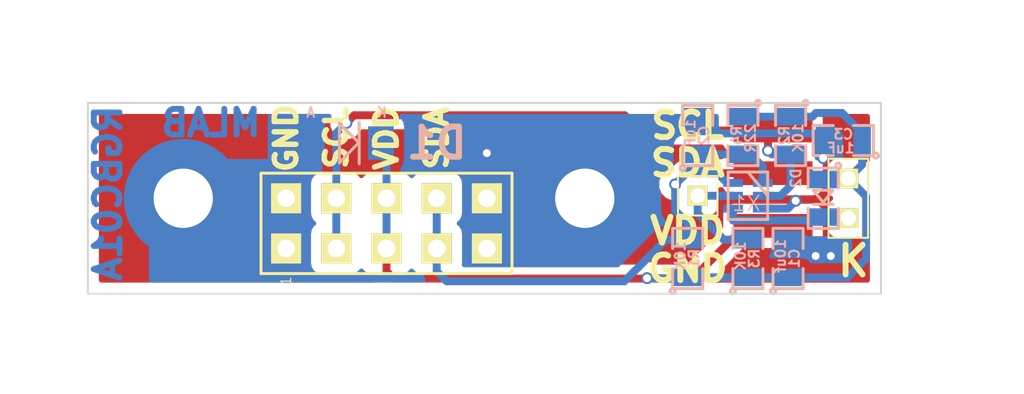
<source format=kicad_pcb>
(kicad_pcb (version 4) (host pcbnew "(2015-05-13 BZR 5653)-product")

  (general
    (links 36)
    (no_connects 0)
    (area -4.191 -14.605 47.625001 5.334001)
    (thickness 1.6)
    (drawings 15)
    (tracks 99)
    (zones 0)
    (modules 19)
    (nets 8)
  )

  (page A4)
  (layers
    (0 F.Cu signal)
    (31 B.Cu signal)
    (32 B.Adhes user)
    (33 F.Adhes user)
    (34 B.Paste user)
    (35 F.Paste user)
    (36 B.SilkS user)
    (37 F.SilkS user)
    (38 B.Mask user)
    (39 F.Mask user)
    (40 Dwgs.User user)
    (41 Cmts.User user)
    (42 Eco1.User user)
    (43 Eco2.User user)
    (44 Edge.Cuts user)
    (45 Margin user)
    (46 B.CrtYd user)
    (47 F.CrtYd user)
    (48 B.Fab user)
    (49 F.Fab user)
  )

  (setup
    (last_trace_width 0.25)
    (user_trace_width 0.2)
    (user_trace_width 0.3)
    (user_trace_width 0.4)
    (trace_clearance 0.2)
    (zone_clearance 0.508)
    (zone_45_only no)
    (trace_min 0.2)
    (segment_width 0.2)
    (edge_width 0.1)
    (via_size 0.6)
    (via_drill 0.4)
    (via_min_size 0.4)
    (via_min_drill 0.3)
    (uvia_size 0.3)
    (uvia_drill 0.1)
    (uvias_allowed no)
    (uvia_min_size 0.2)
    (uvia_min_drill 0.1)
    (pcb_text_width 0.3)
    (pcb_text_size 1.5 1.5)
    (mod_edge_width 0.15)
    (mod_text_size 1 1)
    (mod_text_width 0.15)
    (pad_size 6 6)
    (pad_drill 3)
    (pad_to_mask_clearance 0)
    (aux_axis_origin 0 0)
    (visible_elements 7FFFFF7F)
    (pcbplotparams
      (layerselection 0x010f0_80000001)
      (usegerberextensions false)
      (excludeedgelayer true)
      (linewidth 0.300000)
      (plotframeref false)
      (viasonmask false)
      (mode 1)
      (useauxorigin false)
      (hpglpennumber 1)
      (hpglpenspeed 20)
      (hpglpendiameter 15)
      (hpglpenoverlay 2)
      (psnegative false)
      (psa4output false)
      (plotreference true)
      (plotvalue true)
      (plotinvisibletext false)
      (padsonsilk false)
      (subtractmaskfromsilk false)
      (outputformat 1)
      (mirror false)
      (drillshape 0)
      (scaleselection 1)
      (outputdirectory ../CAM_PROFI/))
  )

  (net 0 "")
  (net 1 VDD)
  (net 2 GND)
  (net 3 "Net-(C2-Pad1)")
  (net 4 "Net-(D2-Pad2)")
  (net 5 "Net-(J2-Pad1)")
  (net 6 /SCL)
  (net 7 /SDA)

  (net_class Default "Toto je výchozí třída sítě."
    (clearance 0.2)
    (trace_width 0.25)
    (via_dia 0.6)
    (via_drill 0.4)
    (uvia_dia 0.3)
    (uvia_drill 0.1)
    (add_net /SCL)
    (add_net /SDA)
    (add_net GND)
    (add_net "Net-(C2-Pad1)")
    (add_net "Net-(D2-Pad2)")
    (add_net "Net-(J2-Pad1)")
    (add_net VDD)
  )

  (module Mlab_Pin_Headers:Straight_2x01 (layer F.Cu) (tedit 5545E8D2) (tstamp 5593D410)
    (at 38.735 -4.572 270)
    (descr "pin header straight 2x01")
    (tags "pin header straight 2x01")
    (path /5593C30F)
    (fp_text reference J3 (at 0 -2 270) (layer F.SilkS) hide
      (effects (font (size 1 1) (thickness 0.15)))
    )
    (fp_text value CONN1_2 (at 0 2 270) (layer F.SilkS) hide
      (effects (font (size 1 1) (thickness 0.15)))
    )
    (fp_line (start -2 -1) (end 2 -1) (layer F.SilkS) (width 0))
    (fp_line (start 2 -1) (end 2 1) (layer F.SilkS) (width 0))
    (fp_line (start 2 1) (end -2 1) (layer F.SilkS) (width 0))
    (fp_line (start -2 1) (end -2 -1) (layer F.SilkS) (width 0))
    (pad 1 thru_hole rect (at -1 0 270) (size 1 1) (drill 0.762) (layers *.Cu *.Mask F.SilkS)
      (net 1 VDD))
    (pad 2 thru_hole rect (at 1 0 270) (size 1 1) (drill 0.762) (layers *.Cu *.Mask F.SilkS)
      (net 4 "Net-(D2-Pad2)"))
    (model Pin_Headers/Pin_Header_Straight_2x01.wrl
      (at (xyz 0 0 0))
      (scale (xyz 1 1 1))
      (rotate (xyz 0 0 90))
    )
  )

  (module Mlab_Mechanical:MountingHole_3mm placed (layer B.Cu) (tedit 5593DD71) (tstamp 5593D415)
    (at 5.08 -4.572)
    (descr "Mounting hole, Befestigungsbohrung, 3mm, No Annular, Kein Restring,")
    (tags "Mounting hole, Befestigungsbohrung, 3mm, No Annular, Kein Restring,")
    (path /5593DF34)
    (fp_text reference M1 (at 0 4) (layer B.SilkS) hide
      (effects (font (thickness 0.15)) (justify mirror))
    )
    (fp_text value HOLE (at 0 -4) (layer B.SilkS) hide
      (effects (font (thickness 0.15)) (justify mirror))
    )
    (fp_circle (center 0 0) (end 2 0) (layer Cmts.User) (width 0))
    (pad 1 thru_hole circle (at 0 0) (size 6 6) (drill 3) (layers *.Cu *.Adhes *.Mask)
      (net 2 GND) (clearance 1) (zone_connect 2))
  )

  (module Mlab_Mechanical:MountingHole_3mm placed (layer B.Cu) (tedit 5535DB2C) (tstamp 5593D41A)
    (at 25.4 -4.572)
    (descr "Mounting hole, Befestigungsbohrung, 3mm, No Annular, Kein Restring,")
    (tags "Mounting hole, Befestigungsbohrung, 3mm, No Annular, Kein Restring,")
    (path /5593E06B)
    (fp_text reference M2 (at 0 4) (layer B.SilkS) hide
      (effects (font (thickness 0.15)) (justify mirror))
    )
    (fp_text value HOLE (at 0 -4) (layer B.SilkS) hide
      (effects (font (thickness 0.15)) (justify mirror))
    )
    (fp_circle (center 0 0) (end 2 0) (layer Cmts.User) (width 0))
    (pad 1 thru_hole circle (at 0 0) (size 6 6) (drill 3) (layers *.Cu *.Adhes *.Mask)
      (net 2 GND) (clearance 1) (zone_connect 2))
  )

  (module Mlab_IO:FN (layer B.Cu) (tedit 55950D99) (tstamp 5593D441)
    (at 33.655 -4.699 180)
    (tags " TCS37717")
    (path /5593BBC3)
    (fp_text reference X1 (at 0.0762 -0.381 360) (layer B.SilkS)
      (effects (font (size 0.762 0.762) (thickness 0.0762)) (justify mirror))
    )
    (fp_text value TCS37717 (at 0.0889 1.8796 180) (layer B.SilkS) hide
      (effects (font (size 0.50038 0.50038) (thickness 0.0762)) (justify mirror))
    )
    (fp_line (start -1 0) (end 0 1.2) (layer B.SilkS) (width 0.15))
    (fp_line (start 1 1.2) (end 1 -1.2) (layer B.SilkS) (width 0.15))
    (fp_line (start 1 -1.2) (end -1 -1.2) (layer B.SilkS) (width 0.15))
    (fp_line (start -1 -1.2) (end -1 1.2) (layer B.SilkS) (width 0.15))
    (fp_line (start 1 1.2) (end -1 1.2) (layer B.SilkS) (width 0.15))
    (pad 6 smd rect (at 0.75 0.65 180) (size 1 0.4) (layers B.Cu B.Paste B.Mask)
      (net 7 /SDA))
    (pad 5 smd rect (at 0.75 0 180) (size 1 0.4) (layers B.Cu B.Paste B.Mask)
      (net 5 "Net-(J2-Pad1)"))
    (pad 4 smd rect (at 0.75 -0.65 180) (size 1 0.4) (layers B.Cu B.Paste B.Mask)
      (net 4 "Net-(D2-Pad2)"))
    (pad 3 smd rect (at -0.75 -0.65 180) (size 1 0.4) (layers B.Cu B.Paste B.Mask)
      (net 2 GND))
    (pad 2 smd rect (at -0.75 0 180) (size 1 0.4) (layers B.Cu B.Paste B.Mask)
      (net 6 /SCL))
    (pad 1 smd rect (at -0.75 0.65 180) (size 1 0.4) (layers B.Cu B.Paste B.Mask)
      (net 3 "Net-(C2-Pad1)"))
    (model MLAB_3D/IO/SOT23_6.wrl
      (at (xyz 0 0 0))
      (scale (xyz 0.11 0.11 0.11))
      (rotate (xyz 0 0 0))
    )
  )

  (module Mlab_Pin_Headers:Straight_2x05 (layer F.Cu) (tedit 55950446) (tstamp 55943182)
    (at 15.367 -3.302 90)
    (descr "pin header straight 2x05")
    (tags "pin header straight 2x05")
    (path /5593C646)
    (fp_text reference J1 (at 0 -7.62 90) (layer F.SilkS) hide
      (effects (font (size 1.5 1.5) (thickness 0.15)))
    )
    (fp_text value JUMP_5X2 (at 0 7.62 90) (layer F.SilkS) hide
      (effects (font (size 1.5 1.5) (thickness 0.15)))
    )
    (fp_text user 1 (at -2.921 -5.08 90) (layer F.SilkS)
      (effects (font (size 0.5 0.5) (thickness 0.05)))
    )
    (fp_line (start -2.54 -6.35) (end 2.54 -6.35) (layer F.SilkS) (width 0.15))
    (fp_line (start 2.54 -6.35) (end 2.54 6.35) (layer F.SilkS) (width 0.15))
    (fp_line (start 2.54 6.35) (end -2.54 6.35) (layer F.SilkS) (width 0.15))
    (fp_line (start -2.54 6.35) (end -2.54 -6.35) (layer F.SilkS) (width 0.15))
    (pad 1 thru_hole rect (at -1.27 -5.08 90) (size 1.524 1.524) (drill 0.889) (layers *.Cu *.Mask F.SilkS)
      (net 2 GND))
    (pad 2 thru_hole rect (at 1.27 -5.08 90) (size 1.524 1.524) (drill 0.889) (layers *.Cu *.Mask F.SilkS)
      (net 2 GND))
    (pad 3 thru_hole rect (at -1.27 -2.54 90) (size 1.524 1.524) (drill 0.889) (layers *.Cu *.Mask F.SilkS)
      (net 6 /SCL))
    (pad 4 thru_hole rect (at 1.27 -2.54 90) (size 1.524 1.524) (drill 0.889) (layers *.Cu *.Mask F.SilkS)
      (net 6 /SCL))
    (pad 5 thru_hole rect (at -1.27 0 90) (size 1.524 1.524) (drill 0.889) (layers *.Cu *.Mask F.SilkS)
      (net 1 VDD))
    (pad 6 thru_hole rect (at 1.27 0 90) (size 1.524 1.524) (drill 0.889) (layers *.Cu *.Mask F.SilkS)
      (net 1 VDD))
    (pad 7 thru_hole rect (at -1.27 2.54 90) (size 1.524 1.524) (drill 0.889) (layers *.Cu *.Mask F.SilkS)
      (net 7 /SDA))
    (pad 8 thru_hole rect (at 1.27 2.54 90) (size 1.524 1.524) (drill 0.889) (layers *.Cu *.Mask F.SilkS)
      (net 7 /SDA))
    (pad 9 thru_hole rect (at -1.27 5.08 90) (size 1.524 1.524) (drill 0.889) (layers *.Cu *.Mask F.SilkS)
      (net 2 GND))
    (pad 10 thru_hole rect (at 1.27 5.08 90) (size 1.524 1.524) (drill 0.889) (layers *.Cu *.Mask F.SilkS)
      (net 2 GND))
    (model Pin_Headers/Pin_Header_Straight_2x05.wrl
      (at (xyz 0 0 0))
      (scale (xyz 1 1 1))
      (rotate (xyz 0 0 90))
    )
  )

  (module Mlab_R:SMD-0805 (layer B.Cu) (tedit 54799E0C) (tstamp 5593DD5A)
    (at 35.687 -1.524 90)
    (path /5593B828)
    (attr smd)
    (fp_text reference C1 (at 0 0.3175 90) (layer B.SilkS)
      (effects (font (size 0.50038 0.50038) (thickness 0.10922)) (justify mirror))
    )
    (fp_text value 10uf (at 0.127 -0.381 90) (layer B.SilkS)
      (effects (font (size 0.50038 0.50038) (thickness 0.10922)) (justify mirror))
    )
    (fp_circle (center -1.651 -0.762) (end -1.651 -0.635) (layer B.SilkS) (width 0.15))
    (fp_line (start -0.508 -0.762) (end -1.524 -0.762) (layer B.SilkS) (width 0.15))
    (fp_line (start -1.524 -0.762) (end -1.524 0.762) (layer B.SilkS) (width 0.15))
    (fp_line (start -1.524 0.762) (end -0.508 0.762) (layer B.SilkS) (width 0.15))
    (fp_line (start 0.508 0.762) (end 1.524 0.762) (layer B.SilkS) (width 0.15))
    (fp_line (start 1.524 0.762) (end 1.524 -0.762) (layer B.SilkS) (width 0.15))
    (fp_line (start 1.524 -0.762) (end 0.508 -0.762) (layer B.SilkS) (width 0.15))
    (pad 1 smd rect (at -0.9525 0 90) (size 0.889 1.397) (layers B.Cu B.Paste B.Mask)
      (net 1 VDD))
    (pad 2 smd rect (at 0.9525 0 90) (size 0.889 1.397) (layers B.Cu B.Paste B.Mask)
      (net 2 GND))
    (model MLAB_3D/Resistors/chip_cms.wrl
      (at (xyz 0 0 0))
      (scale (xyz 0.1 0.1 0.1))
      (rotate (xyz 0 0 0))
    )
  )

  (module Mlab_R:SMD-0805 (layer B.Cu) (tedit 54799E0C) (tstamp 5593DD67)
    (at 31.115 -7.747 90)
    (path /5593C035)
    (attr smd)
    (fp_text reference C2 (at 0 0.3175 90) (layer B.SilkS)
      (effects (font (size 0.50038 0.50038) (thickness 0.10922)) (justify mirror))
    )
    (fp_text value 1uF (at 0.127 -0.381 90) (layer B.SilkS)
      (effects (font (size 0.50038 0.50038) (thickness 0.10922)) (justify mirror))
    )
    (fp_circle (center -1.651 -0.762) (end -1.651 -0.635) (layer B.SilkS) (width 0.15))
    (fp_line (start -0.508 -0.762) (end -1.524 -0.762) (layer B.SilkS) (width 0.15))
    (fp_line (start -1.524 -0.762) (end -1.524 0.762) (layer B.SilkS) (width 0.15))
    (fp_line (start -1.524 0.762) (end -0.508 0.762) (layer B.SilkS) (width 0.15))
    (fp_line (start 0.508 0.762) (end 1.524 0.762) (layer B.SilkS) (width 0.15))
    (fp_line (start 1.524 0.762) (end 1.524 -0.762) (layer B.SilkS) (width 0.15))
    (fp_line (start 1.524 -0.762) (end 0.508 -0.762) (layer B.SilkS) (width 0.15))
    (pad 1 smd rect (at -0.9525 0 90) (size 0.889 1.397) (layers B.Cu B.Paste B.Mask)
      (net 3 "Net-(C2-Pad1)"))
    (pad 2 smd rect (at 0.9525 0 90) (size 0.889 1.397) (layers B.Cu B.Paste B.Mask)
      (net 2 GND))
    (model MLAB_3D/Resistors/chip_cms.wrl
      (at (xyz 0 0 0))
      (scale (xyz 0.1 0.1 0.1))
      (rotate (xyz 0 0 0))
    )
  )

  (module Mlab_R:SMD-0805 (layer B.Cu) (tedit 54799E0C) (tstamp 5593DD8E)
    (at 30.607 -1.524 90)
    (path /5593B776)
    (attr smd)
    (fp_text reference R1 (at 0 0.3175 90) (layer B.SilkS)
      (effects (font (size 0.50038 0.50038) (thickness 0.10922)) (justify mirror))
    )
    (fp_text value 10K (at 0.127 -0.381 90) (layer B.SilkS)
      (effects (font (size 0.50038 0.50038) (thickness 0.10922)) (justify mirror))
    )
    (fp_circle (center -1.651 -0.762) (end -1.651 -0.635) (layer B.SilkS) (width 0.15))
    (fp_line (start -0.508 -0.762) (end -1.524 -0.762) (layer B.SilkS) (width 0.15))
    (fp_line (start -1.524 -0.762) (end -1.524 0.762) (layer B.SilkS) (width 0.15))
    (fp_line (start -1.524 0.762) (end -0.508 0.762) (layer B.SilkS) (width 0.15))
    (fp_line (start 0.508 0.762) (end 1.524 0.762) (layer B.SilkS) (width 0.15))
    (fp_line (start 1.524 0.762) (end 1.524 -0.762) (layer B.SilkS) (width 0.15))
    (fp_line (start 1.524 -0.762) (end 0.508 -0.762) (layer B.SilkS) (width 0.15))
    (pad 1 smd rect (at -0.9525 0 90) (size 0.889 1.397) (layers B.Cu B.Paste B.Mask)
      (net 1 VDD))
    (pad 2 smd rect (at 0.9525 0 90) (size 0.889 1.397) (layers B.Cu B.Paste B.Mask)
      (net 7 /SDA))
    (model MLAB_3D/Resistors/chip_cms.wrl
      (at (xyz 0 0 0))
      (scale (xyz 0.1 0.1 0.1))
      (rotate (xyz 0 0 0))
    )
  )

  (module Mlab_R:SMD-0805 (layer B.Cu) (tedit 54799E0C) (tstamp 5593DDA8)
    (at 33.655 -1.524 90)
    (path /5593BE08)
    (attr smd)
    (fp_text reference R3 (at 0 0.3175 90) (layer B.SilkS)
      (effects (font (size 0.50038 0.50038) (thickness 0.10922)) (justify mirror))
    )
    (fp_text value 10K (at 0.127 -0.381 90) (layer B.SilkS)
      (effects (font (size 0.50038 0.50038) (thickness 0.10922)) (justify mirror))
    )
    (fp_circle (center -1.651 -0.762) (end -1.651 -0.635) (layer B.SilkS) (width 0.15))
    (fp_line (start -0.508 -0.762) (end -1.524 -0.762) (layer B.SilkS) (width 0.15))
    (fp_line (start -1.524 -0.762) (end -1.524 0.762) (layer B.SilkS) (width 0.15))
    (fp_line (start -1.524 0.762) (end -0.508 0.762) (layer B.SilkS) (width 0.15))
    (fp_line (start 0.508 0.762) (end 1.524 0.762) (layer B.SilkS) (width 0.15))
    (fp_line (start 1.524 0.762) (end 1.524 -0.762) (layer B.SilkS) (width 0.15))
    (fp_line (start 1.524 -0.762) (end 0.508 -0.762) (layer B.SilkS) (width 0.15))
    (pad 1 smd rect (at -0.9525 0 90) (size 0.889 1.397) (layers B.Cu B.Paste B.Mask)
      (net 1 VDD))
    (pad 2 smd rect (at 0.9525 0 90) (size 0.889 1.397) (layers B.Cu B.Paste B.Mask)
      (net 5 "Net-(J2-Pad1)"))
    (model MLAB_3D/Resistors/chip_cms.wrl
      (at (xyz 0 0 0))
      (scale (xyz 0.1 0.1 0.1))
      (rotate (xyz 0 0 0))
    )
  )

  (module Mlab_R:SMD-0805 (layer B.Cu) (tedit 54799E0C) (tstamp 5593DDB5)
    (at 33.401 -7.747 270)
    (path /5593BF0E)
    (attr smd)
    (fp_text reference R4 (at 0 0.3175 270) (layer B.SilkS)
      (effects (font (size 0.50038 0.50038) (thickness 0.10922)) (justify mirror))
    )
    (fp_text value 22R (at 0.127 -0.381 270) (layer B.SilkS)
      (effects (font (size 0.50038 0.50038) (thickness 0.10922)) (justify mirror))
    )
    (fp_circle (center -1.651 -0.762) (end -1.651 -0.635) (layer B.SilkS) (width 0.15))
    (fp_line (start -0.508 -0.762) (end -1.524 -0.762) (layer B.SilkS) (width 0.15))
    (fp_line (start -1.524 -0.762) (end -1.524 0.762) (layer B.SilkS) (width 0.15))
    (fp_line (start -1.524 0.762) (end -0.508 0.762) (layer B.SilkS) (width 0.15))
    (fp_line (start 0.508 0.762) (end 1.524 0.762) (layer B.SilkS) (width 0.15))
    (fp_line (start 1.524 0.762) (end 1.524 -0.762) (layer B.SilkS) (width 0.15))
    (fp_line (start 1.524 -0.762) (end 0.508 -0.762) (layer B.SilkS) (width 0.15))
    (pad 1 smd rect (at -0.9525 0 270) (size 0.889 1.397) (layers B.Cu B.Paste B.Mask)
      (net 1 VDD))
    (pad 2 smd rect (at 0.9525 0 270) (size 0.889 1.397) (layers B.Cu B.Paste B.Mask)
      (net 3 "Net-(C2-Pad1)"))
    (model MLAB_3D/Resistors/chip_cms.wrl
      (at (xyz 0 0 0))
      (scale (xyz 0.1 0.1 0.1))
      (rotate (xyz 0 0 0))
    )
  )

  (module Mlab_D:Diode-MiniMELF_Standard (layer B.Cu) (tedit 55950439) (tstamp 5593DF9B)
    (at 13.335 -7.366)
    (descr "Diode Mini-MELF Standard")
    (tags "Diode Mini-MELF Standard")
    (path /5593B6D9)
    (attr smd)
    (fp_text reference D1 (at 4.572 0) (layer B.SilkS)
      (effects (font (thickness 0.3048)) (justify mirror))
    )
    (fp_text value ZENERsmall (at 0 -3.81) (layer B.SilkS) hide
      (effects (font (thickness 0.3048)) (justify mirror))
    )
    (fp_line (start 0.65024 -0.0508) (end -0.35052 1.00076) (layer B.SilkS) (width 0.15))
    (fp_line (start -0.35052 1.00076) (end -0.35052 -1.00076) (layer B.SilkS) (width 0.15))
    (fp_line (start -0.35052 -1.00076) (end 0.65024 0) (layer B.SilkS) (width 0.15))
    (fp_line (start 0.65024 1.04902) (end 0.65024 -1.04902) (layer B.SilkS) (width 0.15))
    (fp_text user A (at -1.80086 -1.5494) (layer B.SilkS)
      (effects (font (size 0.50038 0.50038) (thickness 0.09906)) (justify mirror))
    )
    (fp_text user K (at 1.80086 -1.5494) (layer B.SilkS)
      (effects (font (size 0.50038 0.50038) (thickness 0.09906)) (justify mirror))
    )
    (fp_circle (center 0 0) (end 0 -0.55118) (layer B.Adhes) (width 0.381))
    (fp_circle (center 0 0) (end 0 -0.20066) (layer B.Adhes) (width 0.381))
    (pad 1 smd rect (at -1.75006 0) (size 1.30048 1.69926) (layers B.Cu B.Paste B.Mask)
      (net 2 GND))
    (pad 2 smd rect (at 1.75006 0) (size 1.30048 1.69926) (layers B.Cu B.Paste B.Mask)
      (net 1 VDD))
    (model MLAB_3D/Diodes/MiniMELF_DO213AA.wrl
      (at (xyz 0 0 0))
      (scale (xyz 0.3937 0.3937 0.3937))
      (rotate (xyz 0 0 0))
    )
  )

  (module Mlab_Pin_Headers:Straight_1x01 (layer F.Cu) (tedit 559504F5) (tstamp 5593E389)
    (at 31.115 -4.699)
    (descr "pin header straight 1x01")
    (tags "pin header straight 1x01")
    (path /5593C801)
    (fp_text reference J2 (at 0 -2) (layer F.SilkS) hide
      (effects (font (size 1 1) (thickness 0.15)))
    )
    (fp_text value CONN1_1 (at 0 2) (layer F.SilkS) hide
      (effects (font (size 1 1) (thickness 0.15)))
    )
    (fp_text user 1 (at -1 0) (layer F.SilkS)
      (effects (font (size 0 0) (thickness 0.15)))
    )
    (fp_line (start -1 -1) (end 1 -1) (layer F.SilkS) (width 0))
    (fp_line (start 1 -1) (end 1 1) (layer F.SilkS) (width 0))
    (fp_line (start 1 1) (end -1 1) (layer F.SilkS) (width 0))
    (fp_line (start -1 1) (end -1 -1) (layer F.SilkS) (width 0))
    (pad 1 thru_hole rect (at 0 0) (size 1 1) (drill 0.762) (layers *.Cu *.Mask F.SilkS)
      (net 5 "Net-(J2-Pad1)"))
    (model Pin_Headers/Pin_Header_Straight_1x01.wrl
      (at (xyz 0 0 0))
      (scale (xyz 1 1 1))
      (rotate (xyz 0 0 90))
    )
  )

  (module Mlab_Pin_Headers:SMD_1x1 (layer F.Cu) (tedit 5594D1EF) (tstamp 559501CE)
    (at 34.925 -3.175)
    (path /5594D249)
    (fp_text reference J4 (at -0.1016 2.9972) (layer F.SilkS) hide
      (effects (font (size 1 1) (thickness 0.15)))
    )
    (fp_text value CONN1_1 (at -0.2032 -1.778) (layer F.Fab) hide
      (effects (font (size 1 1) (thickness 0.15)))
    )
    (pad 1 smd rect (at 0 0) (size 4 1.2) (layers F.Cu F.Paste F.Mask)
      (net 1 VDD))
  )

  (module Mlab_Pin_Headers:SMD_1x1 (layer F.Cu) (tedit 5594D1EF) (tstamp 559501D3)
    (at 34.925 -8.001)
    (path /5594D305)
    (fp_text reference J5 (at -0.1016 2.9972) (layer F.SilkS) hide
      (effects (font (size 1 1) (thickness 0.15)))
    )
    (fp_text value CONN1_1 (at -0.2032 -1.778) (layer F.Fab) hide
      (effects (font (size 1 1) (thickness 0.15)))
    )
    (pad 1 smd rect (at 0 0) (size 4 1.2) (layers F.Cu F.Paste F.Mask)
      (net 6 /SCL))
  )

  (module Mlab_Pin_Headers:SMD_1x1 (layer F.Cu) (tedit 5594D1EF) (tstamp 559501D8)
    (at 34.925 -5.842)
    (path /5594D33D)
    (fp_text reference J6 (at -0.1016 2.9972) (layer F.SilkS) hide
      (effects (font (size 1 1) (thickness 0.15)))
    )
    (fp_text value CONN1_1 (at -0.2032 -1.778) (layer F.Fab) hide
      (effects (font (size 1 1) (thickness 0.15)))
    )
    (pad 1 smd rect (at 0 0) (size 4 1.2) (layers F.Cu F.Paste F.Mask)
      (net 7 /SDA))
  )

  (module Mlab_Pin_Headers:SMD_1x1 (layer F.Cu) (tedit 5594D1EF) (tstamp 559501DD)
    (at 34.925 -1.016)
    (path /5594D2C7)
    (fp_text reference J7 (at -0.1016 2.9972) (layer F.SilkS) hide
      (effects (font (size 1 1) (thickness 0.15)))
    )
    (fp_text value CONN1_1 (at -0.2032 -1.778) (layer F.Fab) hide
      (effects (font (size 1 1) (thickness 0.15)))
    )
    (pad 1 smd rect (at 0 0) (size 4 1.2) (layers F.Cu F.Paste F.Mask)
      (net 2 GND))
  )

  (module Mlab_D:LED_0805 (layer B.Cu) (tedit 559504FC) (tstamp 55950215)
    (at 37.465 -4.572 270)
    (path /5593D884)
    (attr smd)
    (fp_text reference D2 (at -1.016 1.3843 270) (layer B.SilkS)
      (effects (font (size 0.50038 0.50038) (thickness 0.10922)) (justify mirror))
    )
    (fp_text value LED (at 1.4351 1.3716 270) (layer B.SilkS) hide
      (effects (font (size 0.50038 0.50038) (thickness 0.10922)) (justify mirror))
    )
    (fp_line (start 0.3048 0.5) (end 0.3048 -0.5) (layer B.SilkS) (width 0.15))
    (fp_line (start -0.3937 0.5) (end 0.2032 0) (layer B.SilkS) (width 0.15))
    (fp_line (start 0.2032 0) (end -0.4064 -0.5) (layer B.SilkS) (width 0.15))
    (fp_line (start -0.4064 0.5) (end -0.4064 -0.5) (layer B.SilkS) (width 0.15))
    (fp_text user K (at 1.0668 -1.2954 270) (layer B.SilkS)
      (effects (font (size 0.5 0.5) (thickness 0.125)) (justify mirror))
    )
    (fp_text user A (at -0.9906 -1.27 270) (layer B.SilkS)
      (effects (font (size 0.5 0.5) (thickness 0.125)) (justify mirror))
    )
    (fp_circle (center -1.651 -0.762) (end -1.651 -0.635) (layer B.SilkS) (width 0.15))
    (fp_line (start -0.508 -0.762) (end -1.524 -0.762) (layer B.SilkS) (width 0.15))
    (fp_line (start -1.524 -0.762) (end -1.524 0.762) (layer B.SilkS) (width 0.15))
    (fp_line (start -1.524 0.762) (end -0.508 0.762) (layer B.SilkS) (width 0.15))
    (fp_line (start 0.508 0.762) (end 1.524 0.762) (layer B.SilkS) (width 0.15))
    (fp_line (start 1.524 0.762) (end 1.524 -0.762) (layer B.SilkS) (width 0.15))
    (fp_line (start 1.524 -0.762) (end 0.508 -0.762) (layer B.SilkS) (width 0.15))
    (pad 1 smd rect (at -0.9525 0 270) (size 0.889 1.397) (layers B.Cu B.Paste B.Mask)
      (net 1 VDD))
    (pad 2 smd rect (at 0.9525 0 270) (size 0.889 1.397) (layers B.Cu B.Paste B.Mask)
      (net 4 "Net-(D2-Pad2)"))
    (model MLAB_3D/Resistors/chip_cms.wrl
      (at (xyz 0 0 0))
      (scale (xyz 0.1 0.1 0.1))
      (rotate (xyz 0 0 0))
    )
  )

  (module Mlab_R:SMD-0805 (layer B.Cu) (tedit 54799E0C) (tstamp 559503EC)
    (at 38.481 -7.493 180)
    (path /5593B808)
    (attr smd)
    (fp_text reference C3 (at 0 0.3175 180) (layer B.SilkS)
      (effects (font (size 0.50038 0.50038) (thickness 0.10922)) (justify mirror))
    )
    (fp_text value 1uF (at 0.127 -0.381 180) (layer B.SilkS)
      (effects (font (size 0.50038 0.50038) (thickness 0.10922)) (justify mirror))
    )
    (fp_circle (center -1.651 -0.762) (end -1.651 -0.635) (layer B.SilkS) (width 0.15))
    (fp_line (start -0.508 -0.762) (end -1.524 -0.762) (layer B.SilkS) (width 0.15))
    (fp_line (start -1.524 -0.762) (end -1.524 0.762) (layer B.SilkS) (width 0.15))
    (fp_line (start -1.524 0.762) (end -0.508 0.762) (layer B.SilkS) (width 0.15))
    (fp_line (start 0.508 0.762) (end 1.524 0.762) (layer B.SilkS) (width 0.15))
    (fp_line (start 1.524 0.762) (end 1.524 -0.762) (layer B.SilkS) (width 0.15))
    (fp_line (start 1.524 -0.762) (end 0.508 -0.762) (layer B.SilkS) (width 0.15))
    (pad 1 smd rect (at -0.9525 0 180) (size 0.889 1.397) (layers B.Cu B.Paste B.Mask)
      (net 1 VDD))
    (pad 2 smd rect (at 0.9525 0 180) (size 0.889 1.397) (layers B.Cu B.Paste B.Mask)
      (net 2 GND))
    (model MLAB_3D/Resistors/chip_cms.wrl
      (at (xyz 0 0 0))
      (scale (xyz 0.1 0.1 0.1))
      (rotate (xyz 0 0 0))
    )
  )

  (module Mlab_R:SMD-0805 (layer B.Cu) (tedit 54799E0C) (tstamp 559503F9)
    (at 35.814 -7.747 270)
    (path /5593BDD8)
    (attr smd)
    (fp_text reference R2 (at 0 0.3175 270) (layer B.SilkS)
      (effects (font (size 0.50038 0.50038) (thickness 0.10922)) (justify mirror))
    )
    (fp_text value 10K (at 0.127 -0.381 270) (layer B.SilkS)
      (effects (font (size 0.50038 0.50038) (thickness 0.10922)) (justify mirror))
    )
    (fp_circle (center -1.651 -0.762) (end -1.651 -0.635) (layer B.SilkS) (width 0.15))
    (fp_line (start -0.508 -0.762) (end -1.524 -0.762) (layer B.SilkS) (width 0.15))
    (fp_line (start -1.524 -0.762) (end -1.524 0.762) (layer B.SilkS) (width 0.15))
    (fp_line (start -1.524 0.762) (end -0.508 0.762) (layer B.SilkS) (width 0.15))
    (fp_line (start 0.508 0.762) (end 1.524 0.762) (layer B.SilkS) (width 0.15))
    (fp_line (start 1.524 0.762) (end 1.524 -0.762) (layer B.SilkS) (width 0.15))
    (fp_line (start 1.524 -0.762) (end 0.508 -0.762) (layer B.SilkS) (width 0.15))
    (pad 1 smd rect (at -0.9525 0 270) (size 0.889 1.397) (layers B.Cu B.Paste B.Mask)
      (net 1 VDD))
    (pad 2 smd rect (at 0.9525 0 270) (size 0.889 1.397) (layers B.Cu B.Paste B.Mask)
      (net 6 /SCL))
    (model MLAB_3D/Resistors/chip_cms.wrl
      (at (xyz 0 0 0))
      (scale (xyz 0.1 0.1 0.1))
      (rotate (xyz 0 0 0))
    )
  )

  (gr_text MLAB (at 6.477 -8.382) (layer B.Cu)
    (effects (font (size 1.3 1.3) (thickness 0.3)) (justify mirror))
  )
  (gr_text RGBC01A (at 1.27 -4.826 90) (layer B.Cu)
    (effects (font (size 1.3 1.3) (thickness 0.3)) (justify mirror))
  )
  (gr_text SDA (at 17.907 -7.62 90) (layer F.SilkS)
    (effects (font (size 1.1 1.1) (thickness 0.275)))
  )
  (gr_text VDD (at 15.367 -7.62 90) (layer F.SilkS)
    (effects (font (size 1.1 1.1) (thickness 0.275)))
  )
  (gr_text SCL (at 12.827 -7.62 90) (layer F.SilkS)
    (effects (font (size 1.1 1.1) (thickness 0.275)))
  )
  (gr_text GND (at 10.287 -7.62 90) (layer F.SilkS)
    (effects (font (size 1.1 1.1) (thickness 0.275)))
  )
  (gr_text SCL (at 30.607 -8.255) (layer F.SilkS)
    (effects (font (size 1.3 1.3) (thickness 0.3)))
  )
  (gr_text SDA (at 30.607 -6.35) (layer F.SilkS)
    (effects (font (size 1.3 1.3) (thickness 0.3)))
  )
  (gr_text GND (at 30.607 -1.016) (layer F.SilkS)
    (effects (font (size 1.3 1.3) (thickness 0.3)))
  )
  (gr_text VDD (at 30.607 -2.921) (layer F.SilkS)
    (effects (font (size 1.3 1.3) (thickness 0.3)))
  )
  (gr_text K (at 38.989 -1.397) (layer F.SilkS)
    (effects (font (size 1.5 1.5) (thickness 0.3)))
  )
  (gr_line (start 0.254 -9.398) (end 0.254 0.254) (angle 90) (layer Edge.Cuts) (width 0.1))
  (gr_line (start 0.254 -9.398) (end 40.386 -9.398) (angle 90) (layer Edge.Cuts) (width 0.1))
  (gr_line (start 40.386 0.254) (end 40.386 -9.398) (angle 90) (layer Edge.Cuts) (width 0.1))
  (gr_line (start 0.254 0.254) (end 40.386 0.254) (angle 90) (layer Edge.Cuts) (width 0.1))

  (segment (start 35.687 -0.5715) (end 38.691502 -0.5715) (width 0.4) (layer B.Cu) (net 1))
  (segment (start 38.691502 -0.5715) (end 39.635001 -1.514999) (width 0.4) (layer B.Cu) (net 1))
  (segment (start 39.635001 -1.514999) (end 39.635001 -4.671999) (width 0.4) (layer B.Cu) (net 1))
  (segment (start 34.925 -3.175) (end 33.782 -3.175) (width 0.4) (layer F.Cu) (net 1))
  (segment (start 38.735 -5.572) (end 37.5125 -5.572) (width 0.4) (layer B.Cu) (net 1))
  (segment (start 37.5125 -5.572) (end 37.465 -5.5245) (width 0.4) (layer B.Cu) (net 1))
  (segment (start 39.4335 -7.62) (end 39.4335 -6.2705) (width 0.4) (layer B.Cu) (net 1))
  (segment (start 37.103 -8.89) (end 38.4175 -8.89) (width 0.4) (layer B.Cu) (net 1))
  (segment (start 38.4175 -8.89) (end 39.4335 -7.874) (width 0.4) (layer B.Cu) (net 1))
  (segment (start 39.4335 -7.874) (end 39.4335 -7.62) (width 0.4) (layer B.Cu) (net 1))
  (segment (start 35.814 -8.6995) (end 36.9125 -8.6995) (width 0.4) (layer B.Cu) (net 1))
  (segment (start 36.9125 -8.6995) (end 37.103 -8.89) (width 0.4) (layer B.Cu) (net 1))
  (segment (start 35.814 -8.6995) (end 33.401 -8.6995) (width 0.4) (layer B.Cu) (net 1))
  (segment (start 15.367 -4.572) (end 15.367 -7.08406) (width 0.4) (layer B.Cu) (net 1))
  (segment (start 15.367 -7.08406) (end 15.08506 -7.366) (width 0.4) (layer B.Cu) (net 1))
  (segment (start 34.925 -3.175) (end 36.325 -3.175) (width 0.4) (layer F.Cu) (net 1))
  (segment (start 37.6555 -5.588) (end 37.719 -5.5245) (width 0.4) (layer B.Cu) (net 1))
  (segment (start 33.655 -0.5715) (end 35.687 -0.5715) (width 0.4) (layer B.Cu) (net 1))
  (segment (start 15.367 -4.572) (end 15.367 -2.032) (width 0.4) (layer B.Cu) (net 1))
  (segment (start 39.635001 -4.671999) (end 38.735 -5.572) (width 0.4) (layer B.Cu) (net 1))
  (segment (start 39.4335 -6.2705) (end 38.735 -5.572) (width 0.4) (layer B.Cu) (net 1))
  (segment (start 33.655 -0.5715) (end 30.607 -0.5715) (width 0.4) (layer B.Cu) (net 1))
  (segment (start 15.367 -0.87) (end 15.729 -0.508) (width 0.4) (layer F.Cu) (net 1))
  (segment (start 15.367 -2.032) (end 15.367 -0.87) (width 0.4) (layer F.Cu) (net 1))
  (segment (start 33.525 -3.175) (end 34.925 -3.175) (width 0.4) (layer F.Cu) (net 1))
  (segment (start 30.858 -0.508) (end 33.525 -3.175) (width 0.4) (layer F.Cu) (net 1))
  (segment (start 28.575 -0.508) (end 28.552482 -0.530518) (width 0.4) (layer F.Cu) (net 1))
  (via (at 28.552482 -0.530518) (size 0.6) (drill 0.4) (layers F.Cu B.Cu) (net 1))
  (segment (start 29.057313 -0.508) (end 28.575 -0.508) (width 0.4) (layer F.Cu) (net 1))
  (segment (start 15.729 -0.508) (end 29.057313 -0.508) (width 0.4) (layer F.Cu) (net 1))
  (segment (start 29.057313 -0.508) (end 30.858 -0.508) (width 0.4) (layer F.Cu) (net 1))
  (segment (start 30.566018 -0.530518) (end 30.607 -0.5715) (width 0.4) (layer B.Cu) (net 1))
  (segment (start 28.552482 -0.530518) (end 30.566018 -0.530518) (width 0.4) (layer B.Cu) (net 1))
  (segment (start 20.447 -4.572) (end 20.447 -6.858) (width 0.4) (layer F.Cu) (net 2))
  (via (at 20.447 -6.858) (size 0.6) (drill 0.4) (layers F.Cu B.Cu) (net 2))
  (segment (start 37.5285 -7.62) (end 37.5285 -6.6675) (width 0.4) (layer B.Cu) (net 2))
  (segment (start 37.5285 -6.6675) (end 37.465 -6.604) (width 0.4) (layer B.Cu) (net 2))
  (via (at 37.465 -6.604) (size 0.6) (drill 0.4) (layers F.Cu B.Cu) (net 2))
  (segment (start 31.115 -8.6995) (end 31.369 -8.6995) (width 0.4) (layer B.Cu) (net 2))
  (segment (start 31.369 -8.6995) (end 32.213501 -7.854999) (width 0.4) (layer B.Cu) (net 2))
  (segment (start 32.213501 -7.854999) (end 37.382499 -7.854999) (width 0.4) (layer B.Cu) (net 2))
  (segment (start 37.382499 -7.854999) (end 37.5285 -8.001) (width 0.4) (layer B.Cu) (net 2))
  (segment (start 37.5285 -8.001) (end 37.5285 -7.8105) (width 0.4) (layer B.Cu) (net 2))
  (segment (start 37.084 -1.651) (end 37.846 -1.651) (width 0.4) (layer B.Cu) (net 2))
  (via (at 37.846 -1.651) (size 0.6) (drill 0.4) (layers F.Cu B.Cu) (net 2))
  (segment (start 34.925 -1.016) (end 37.084 -1.651) (width 0.4) (layer F.Cu) (net 2))
  (via (at 37.084 -1.651) (size 0.6) (drill 0.4) (layers F.Cu B.Cu) (net 2))
  (segment (start 34.405 -4.049) (end 35.672 -4.049) (width 0.4) (layer B.Cu) (net 2))
  (via (at 36.068 -4.445) (size 0.6) (drill 0.4) (layers F.Cu B.Cu) (net 2))
  (segment (start 35.672 -4.049) (end 36.068 -4.445) (width 0.4) (layer B.Cu) (net 2))
  (segment (start 33.401 -6.7945) (end 31.115 -6.7945) (width 0.4) (layer B.Cu) (net 3))
  (segment (start 34.405 -6.1715) (end 33.782 -6.7945) (width 0.4) (layer B.Cu) (net 3))
  (segment (start 34.405 -5.349) (end 34.405 -6.1715) (width 0.4) (layer B.Cu) (net 3))
  (segment (start 38.735 -3.572) (end 37.5125 -3.572) (width 0.4) (layer B.Cu) (net 4))
  (segment (start 37.5125 -3.572) (end 37.465 -3.6195) (width 0.4) (layer B.Cu) (net 4))
  (segment (start 37.6715 -3.826) (end 37.465 -3.6195) (width 0.4) (layer B.Cu) (net 4))
  (segment (start 37.548499 -3.448999) (end 37.719 -3.6195) (width 0.4) (layer B.Cu) (net 4))
  (segment (start 32.905001 -3.448999) (end 37.548499 -3.448999) (width 0.4) (layer B.Cu) (net 4))
  (segment (start 32.905 -4.049) (end 32.905001 -3.448999) (width 0.4) (layer B.Cu) (net 4))
  (segment (start 32.905 -4.699) (end 31.115 -4.699) (width 0.4) (layer B.Cu) (net 5))
  (segment (start 31.115 -3.799) (end 31.115 -4.699) (width 0.4) (layer B.Cu) (net 5))
  (segment (start 32.4375 -2.4765) (end 31.115 -3.799) (width 0.4) (layer B.Cu) (net 5))
  (segment (start 33.655 -2.4765) (end 32.4375 -2.4765) (width 0.4) (layer B.Cu) (net 5))
  (segment (start 13.335 -8.382) (end 12.827 -7.874) (width 0.4) (layer B.Cu) (net 6))
  (segment (start 12.827 -7.874) (end 12.827 -4.572) (width 0.4) (layer B.Cu) (net 6))
  (segment (start 27.416001 -8.772001) (end 16.284163 -8.772001) (width 0.4) (layer F.Cu) (net 6))
  (segment (start 16.284163 -8.772001) (end 13.725001 -8.772001) (width 0.4) (layer F.Cu) (net 6))
  (segment (start 13.725001 -8.772001) (end 13.335 -8.382) (width 0.4) (layer F.Cu) (net 6))
  (via (at 13.335 -8.382) (size 0.6) (drill 0.4) (layers F.Cu B.Cu) (net 6))
  (segment (start 34.925 -8.001) (end 28.187002 -8.001) (width 0.4) (layer F.Cu) (net 6))
  (segment (start 28.187002 -8.001) (end 27.416001 -8.772001) (width 0.4) (layer F.Cu) (net 6))
  (segment (start 34.671 -6.985) (end 34.671 -7.747) (width 0.4) (layer F.Cu) (net 6))
  (segment (start 34.671 -7.747) (end 34.925 -8.001) (width 0.4) (layer F.Cu) (net 6))
  (segment (start 35.814 -6.7945) (end 34.8615 -6.7945) (width 0.4) (layer B.Cu) (net 6))
  (segment (start 34.8615 -6.7945) (end 34.671 -6.985) (width 0.4) (layer B.Cu) (net 6))
  (via (at 34.671 -6.985) (size 0.6) (drill 0.4) (layers F.Cu B.Cu) (net 6))
  (segment (start 36.139498 -8.001) (end 34.925 -8.001) (width 0.4) (layer F.Cu) (net 6))
  (segment (start 12.827 -4.572) (end 12.827 -2.032) (width 0.4) (layer B.Cu) (net 6))
  (segment (start 35.814 -5.95) (end 35.814 -6.7945) (width 0.4) (layer B.Cu) (net 6))
  (segment (start 35.814 -5.208) (end 35.814 -5.95) (width 0.4) (layer B.Cu) (net 6))
  (segment (start 35.305 -4.699) (end 35.814 -5.208) (width 0.4) (layer B.Cu) (net 6))
  (segment (start 34.405 -4.699) (end 35.305 -4.699) (width 0.4) (layer B.Cu) (net 6))
  (segment (start 30.607 -2.4765) (end 29.5085 -2.4765) (width 0.4) (layer B.Cu) (net 7))
  (segment (start 29.5085 -2.4765) (end 27.403999 -0.371999) (width 0.4) (layer B.Cu) (net 7))
  (segment (start 27.403999 -0.371999) (end 18.405001 -0.371999) (width 0.4) (layer B.Cu) (net 7))
  (segment (start 18.405001 -0.371999) (end 17.907 -0.87) (width 0.4) (layer B.Cu) (net 7))
  (segment (start 17.907 -0.87) (end 17.907 -2.032) (width 0.4) (layer B.Cu) (net 7))
  (segment (start 34.925 -5.842) (end 30.537998 -5.842) (width 0.4) (layer F.Cu) (net 7))
  (segment (start 30.537998 -5.842) (end 29.972 -5.276002) (width 0.4) (layer F.Cu) (net 7))
  (segment (start 32.905 -5.349) (end 32.605 -5.349) (width 0.4) (layer B.Cu) (net 7))
  (segment (start 32.605 -5.349) (end 32.005 -5.949) (width 0.4) (layer B.Cu) (net 7))
  (segment (start 30.644998 -5.949) (end 29.972 -5.276002) (width 0.4) (layer B.Cu) (net 7))
  (segment (start 32.005 -5.949) (end 30.644998 -5.949) (width 0.4) (layer B.Cu) (net 7))
  (via (at 29.972 -5.276002) (size 0.6) (drill 0.4) (layers F.Cu B.Cu) (net 7))
  (segment (start 30.607 -3.321) (end 29.972 -3.956) (width 0.4) (layer B.Cu) (net 7))
  (segment (start 30.607 -2.4765) (end 30.607 -3.321) (width 0.4) (layer B.Cu) (net 7))
  (segment (start 29.972 -3.956) (end 29.972 -5.276002) (width 0.4) (layer B.Cu) (net 7))
  (segment (start 34.798 -5.715) (end 34.925 -5.842) (width 0.4) (layer F.Cu) (net 7))
  (segment (start 17.907 -4.572) (end 17.907 -2.032) (width 0.4) (layer B.Cu) (net 7))

  (zone (net 2) (net_name GND) (layer F.Cu) (tstamp 0) (hatch edge 0.508)
    (connect_pads yes (clearance 0.508))
    (min_thickness 0.254)
    (fill yes (arc_segments 16) (thermal_gap 0.508) (thermal_bridge_width 0.508))
    (polygon
      (pts
        (xy -2.286 -12.192) (xy 44.577 -12.192) (xy 44.704 1.651) (xy -0.762 0.889)
      )
    )
    (filled_polygon
      (pts
        (xy 39.701 -0.431) (xy 31.961868 -0.431) (xy 33.458428 -1.92756) (xy 36.925 -1.92756) (xy 37.167123 -1.974537)
        (xy 37.379927 -2.114327) (xy 37.522377 -2.32536) (xy 37.57244 -2.575) (xy 37.57244 -3.775) (xy 37.525463 -4.017123)
        (xy 37.385673 -4.229927) (xy 37.17464 -4.372377) (xy 36.925 -4.42244) (xy 32.925 -4.42244) (xy 32.682877 -4.375463)
        (xy 32.470073 -4.235673) (xy 32.327623 -4.02464) (xy 32.27756 -3.775) (xy 32.27756 -3.108428) (xy 30.512132 -1.343)
        (xy 29.057313 -1.343) (xy 29.033945 -1.343) (xy 28.739281 -1.465356) (xy 28.367315 -1.46568) (xy 28.070405 -1.343)
        (xy 19.31644 -1.343) (xy 19.31644 -2.794) (xy 19.269463 -3.036123) (xy 19.129673 -3.248927) (xy 19.051458 -3.301723)
        (xy 19.123927 -3.349327) (xy 19.266377 -3.56036) (xy 19.31644 -3.81) (xy 19.31644 -5.334) (xy 19.269463 -5.576123)
        (xy 19.129673 -5.788927) (xy 18.91864 -5.931377) (xy 18.669 -5.98144) (xy 17.145 -5.98144) (xy 16.902877 -5.934463)
        (xy 16.690073 -5.794673) (xy 16.637277 -5.716459) (xy 16.589673 -5.788927) (xy 16.37864 -5.931377) (xy 16.129 -5.98144)
        (xy 14.605 -5.98144) (xy 14.362877 -5.934463) (xy 14.150073 -5.794673) (xy 14.097277 -5.716459) (xy 14.049673 -5.788927)
        (xy 13.83864 -5.931377) (xy 13.589 -5.98144) (xy 12.065 -5.98144) (xy 11.822877 -5.934463) (xy 11.610073 -5.794673)
        (xy 11.467623 -5.58364) (xy 11.41756 -5.334) (xy 11.41756 -3.81) (xy 11.464537 -3.567877) (xy 11.604327 -3.355073)
        (xy 11.682541 -3.302278) (xy 11.610073 -3.254673) (xy 11.467623 -3.04364) (xy 11.41756 -2.794) (xy 11.41756 -1.27)
        (xy 11.464537 -1.027877) (xy 11.604327 -0.815073) (xy 11.81536 -0.672623) (xy 12.065 -0.62256) (xy 13.589 -0.62256)
        (xy 13.831123 -0.669537) (xy 14.043927 -0.809327) (xy 14.096722 -0.887542) (xy 14.144327 -0.815073) (xy 14.35536 -0.672623)
        (xy 14.580231 -0.627528) (xy 14.595561 -0.550459) (xy 14.67538 -0.431) (xy 0.939 -0.431) (xy 0.939 -8.713)
        (xy 12.460039 -8.713) (xy 12.400162 -8.568799) (xy 12.399838 -8.196833) (xy 12.541883 -7.853057) (xy 12.804673 -7.589808)
        (xy 13.148201 -7.447162) (xy 13.520167 -7.446838) (xy 13.863943 -7.588883) (xy 14.127192 -7.851673) (xy 14.162623 -7.937001)
        (xy 16.284163 -7.937001) (xy 27.070133 -7.937001) (xy 27.596568 -7.410566) (xy 27.867461 -7.229561) (xy 27.867462 -7.229561)
        (xy 28.187002 -7.166) (xy 32.323154 -7.166) (xy 32.324537 -7.158877) (xy 32.464327 -6.946073) (xy 32.499745 -6.922165)
        (xy 32.470073 -6.902673) (xy 32.327623 -6.69164) (xy 32.324687 -6.677) (xy 30.537998 -6.677) (xy 30.218457 -6.613439)
        (xy 29.947564 -6.432434) (xy 29.683666 -6.168537) (xy 29.443057 -6.069119) (xy 29.179808 -5.806329) (xy 29.037162 -5.462801)
        (xy 29.036838 -5.090835) (xy 29.178883 -4.747059) (xy 29.441673 -4.48381) (xy 29.785201 -4.341164) (xy 29.96756 -4.341006)
        (xy 29.96756 -4.199) (xy 30.014537 -3.956877) (xy 30.154327 -3.744073) (xy 30.36536 -3.601623) (xy 30.615 -3.55156)
        (xy 31.615 -3.55156) (xy 31.857123 -3.598537) (xy 32.069927 -3.738327) (xy 32.212377 -3.94936) (xy 32.26244 -4.199)
        (xy 32.26244 -5.007) (xy 32.323154 -5.007) (xy 32.324537 -4.999877) (xy 32.464327 -4.787073) (xy 32.67536 -4.644623)
        (xy 32.925 -4.59456) (xy 36.925 -4.59456) (xy 37.167123 -4.641537) (xy 37.379927 -4.781327) (xy 37.522377 -4.99236)
        (xy 37.57244 -5.242) (xy 37.57244 -6.442) (xy 37.525463 -6.684123) (xy 37.385673 -6.896927) (xy 37.350254 -6.920836)
        (xy 37.379927 -6.940327) (xy 37.522377 -7.15136) (xy 37.57244 -7.401) (xy 37.57244 -8.601) (xy 37.550709 -8.713)
        (xy 39.701 -8.713) (xy 39.701 -6.518817) (xy 39.695673 -6.526927) (xy 39.48464 -6.669377) (xy 39.235 -6.71944)
        (xy 38.235 -6.71944) (xy 37.992877 -6.672463) (xy 37.780073 -6.532673) (xy 37.637623 -6.32164) (xy 37.58756 -6.072)
        (xy 37.58756 -5.072) (xy 37.634537 -4.829877) (xy 37.774327 -4.617073) (xy 37.840528 -4.572387) (xy 37.780073 -4.532673)
        (xy 37.637623 -4.32164) (xy 37.58756 -4.072) (xy 37.58756 -3.072) (xy 37.634537 -2.829877) (xy 37.774327 -2.617073)
        (xy 37.98536 -2.474623) (xy 38.235 -2.42456) (xy 39.235 -2.42456) (xy 39.477123 -2.471537) (xy 39.689927 -2.611327)
        (xy 39.701 -2.627732) (xy 39.701 -0.431)
      )
    )
  )
  (zone (net 2) (net_name GND) (layer B.Cu) (tstamp 55950286) (hatch edge 0.508)
    (connect_pads yes (clearance 0.508))
    (min_thickness 0.254)
    (fill yes (arc_segments 16) (thermal_gap 0.508) (thermal_bridge_width 0.508))
    (polygon
      (pts
        (xy -4.191 -14.605) (xy 47.244 -14.478) (xy 47.625 5.334) (xy -4.191 4.445) (xy -4.191 -14.605)
      )
    )
    (filled_polygon
      (pts
        (xy 17.21538 -0.431) (xy 3.473 -0.431) (xy 3.473 -6.433) (xy 9.484191 -6.433) (xy 9.484191 -8.713)
        (xy 12.460039 -8.713) (xy 12.442222 -8.670091) (xy 12.236566 -8.464434) (xy 12.055561 -8.193541) (xy 11.992 -7.874)
        (xy 11.992 -5.967277) (xy 11.822877 -5.934463) (xy 11.610073 -5.794673) (xy 11.467623 -5.58364) (xy 11.41756 -5.334)
        (xy 11.41756 -3.81) (xy 11.464537 -3.567877) (xy 11.604327 -3.355073) (xy 11.682541 -3.302278) (xy 11.610073 -3.254673)
        (xy 11.467623 -3.04364) (xy 11.41756 -2.794) (xy 11.41756 -1.27) (xy 11.464537 -1.027877) (xy 11.604327 -0.815073)
        (xy 11.81536 -0.672623) (xy 12.065 -0.62256) (xy 13.589 -0.62256) (xy 13.831123 -0.669537) (xy 14.043927 -0.809327)
        (xy 14.096722 -0.887542) (xy 14.144327 -0.815073) (xy 14.35536 -0.672623) (xy 14.605 -0.62256) (xy 16.129 -0.62256)
        (xy 16.371123 -0.669537) (xy 16.583927 -0.809327) (xy 16.636722 -0.887542) (xy 16.684327 -0.815073) (xy 16.89536 -0.672623)
        (xy 17.120231 -0.627528) (xy 17.135561 -0.550459) (xy 17.21538 -0.431)
      )
    )
    (filled_polygon
      (pts
        (xy 32.320041 -7.747278) (xy 32.256739 -7.705695) (xy 32.06314 -7.836377) (xy 31.8135 -7.88644) (xy 30.4165 -7.88644)
        (xy 30.174377 -7.839463) (xy 29.961573 -7.699673) (xy 29.819123 -7.48864) (xy 29.76906 -7.239) (xy 29.76906 -6.35)
        (xy 29.78467 -6.269541) (xy 29.683666 -6.168537) (xy 29.443057 -6.069119) (xy 29.179808 -5.806329) (xy 29.037162 -5.462801)
        (xy 29.036838 -5.090835) (xy 29.137 -4.848423) (xy 29.137 -3.956) (xy 29.200561 -3.636459) (xy 29.381566 -3.365566)
        (xy 29.418063 -3.329069) (xy 29.39034 -3.287997) (xy 29.188959 -3.247939) (xy 28.918066 -3.066934) (xy 27.058131 -1.206999)
        (xy 19.303805 -1.206999) (xy 19.31644 -1.27) (xy 19.31644 -2.794) (xy 19.269463 -3.036123) (xy 19.129673 -3.248927)
        (xy 19.051458 -3.301723) (xy 19.123927 -3.349327) (xy 19.266377 -3.56036) (xy 19.31644 -3.81) (xy 19.31644 -5.334)
        (xy 19.269463 -5.576123) (xy 19.129673 -5.788927) (xy 18.91864 -5.931377) (xy 18.669 -5.98144) (xy 17.145 -5.98144)
        (xy 16.902877 -5.934463) (xy 16.690073 -5.794673) (xy 16.637277 -5.716459) (xy 16.589673 -5.788927) (xy 16.37864 -5.931377)
        (xy 16.202 -5.966801) (xy 16.202 -6.073139) (xy 16.332677 -6.26673) (xy 16.38274 -6.51637) (xy 16.38274 -8.21563)
        (xy 16.335763 -8.457753) (xy 16.195973 -8.670557) (xy 16.133095 -8.713) (xy 32.05506 -8.713) (xy 32.05506 -8.255)
        (xy 32.102037 -8.012877) (xy 32.241827 -7.800073) (xy 32.320041 -7.747278)
      )
    )
    (filled_polygon
      (pts
        (xy 38.356123 -6.71944) (xy 38.235 -6.71944) (xy 37.992877 -6.672463) (xy 37.907592 -6.61644) (xy 37.15994 -6.61644)
        (xy 37.15994 -7.239) (xy 37.112963 -7.481123) (xy 36.973173 -7.693927) (xy 36.894958 -7.746723) (xy 36.967427 -7.794327)
        (xy 37.030659 -7.888004) (xy 37.23204 -7.928061) (xy 37.232041 -7.928061) (xy 37.422018 -8.055) (xy 38.071632 -8.055)
        (xy 38.34156 -7.785072) (xy 38.34156 -6.7945) (xy 38.356123 -6.71944)
      )
    )
    (filled_polygon
      (pts
        (xy 38.800001 -1.860867) (xy 38.345634 -1.4065) (xy 36.888494 -1.4065) (xy 36.846173 -1.470927) (xy 36.63514 -1.613377)
        (xy 36.3855 -1.66344) (xy 34.9885 -1.66344) (xy 34.852837 -1.637119) (xy 34.950877 -1.78236) (xy 35.00094 -2.032)
        (xy 35.00094 -2.613999) (xy 36.46297 -2.613999) (xy 36.51686 -2.577623) (xy 36.7665 -2.52756) (xy 37.906936 -2.52756)
        (xy 37.98536 -2.474623) (xy 38.235 -2.42456) (xy 38.800001 -2.42456) (xy 38.800001 -1.860867)
      )
    )
  )
)

</source>
